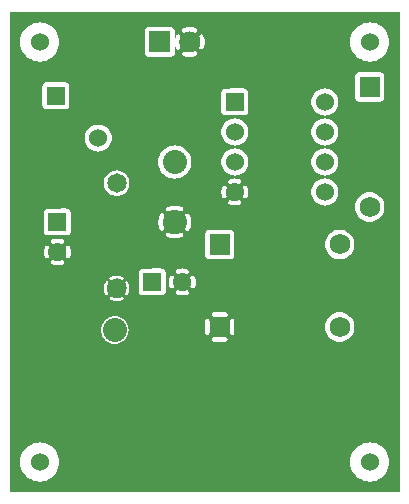
<source format=gbl>
G04 start of page 3 for group 1 idx 1 *
G04 Title: (unknown), ground *
G04 Creator: pcb 20110918 *
G04 CreationDate: Tue 15 Sep 2015 23:51:39 GMT UTC *
G04 For: ksarkies *
G04 Format: Gerber/RS-274X *
G04 PCB-Dimensions: 130000 160000 *
G04 PCB-Coordinate-Origin: lower left *
%MOIN*%
%FSLAX25Y25*%
%LNBOTTOM*%
%ADD40C,0.0440*%
%ADD39C,0.0400*%
%ADD38C,0.0280*%
%ADD37C,0.0300*%
%ADD36C,0.0280*%
%ADD35C,0.0350*%
%ADD34C,0.0380*%
%ADD33C,0.0680*%
%ADD32C,0.0650*%
%ADD31C,0.0800*%
%ADD30C,0.0600*%
%ADD29C,0.0800*%
%ADD28C,0.0700*%
%ADD27C,0.0001*%
G54D27*G36*
X119992Y160000D02*X130000D01*
Y0D01*
X119992D01*
Y3481D01*
X120000Y3480D01*
X121020Y3560D01*
X122015Y3799D01*
X122960Y4191D01*
X123832Y4725D01*
X124610Y5390D01*
X125275Y6168D01*
X125809Y7040D01*
X126201Y7985D01*
X126440Y8980D01*
X126500Y10000D01*
X126440Y11020D01*
X126201Y12015D01*
X125809Y12960D01*
X125275Y13832D01*
X124610Y14610D01*
X123832Y15275D01*
X122960Y15809D01*
X122015Y16201D01*
X121020Y16440D01*
X120000Y16520D01*
X119992Y16519D01*
Y90085D01*
X120000Y90085D01*
X120769Y90145D01*
X121519Y90325D01*
X122231Y90621D01*
X122889Y91024D01*
X123476Y91524D01*
X123976Y92111D01*
X124379Y92769D01*
X124675Y93481D01*
X124855Y94231D01*
X124900Y95000D01*
X124855Y95769D01*
X124675Y96519D01*
X124379Y97231D01*
X123976Y97889D01*
X123476Y98476D01*
X122889Y98976D01*
X122231Y99379D01*
X121519Y99675D01*
X120769Y99855D01*
X120000Y99915D01*
X119992Y99915D01*
Y130107D01*
X123635Y130114D01*
X123865Y130169D01*
X124083Y130259D01*
X124284Y130383D01*
X124464Y130536D01*
X124617Y130716D01*
X124741Y130917D01*
X124831Y131135D01*
X124886Y131365D01*
X124900Y131600D01*
X124886Y138635D01*
X124831Y138865D01*
X124741Y139083D01*
X124617Y139284D01*
X124464Y139464D01*
X124284Y139617D01*
X124083Y139741D01*
X123865Y139831D01*
X123635Y139886D01*
X123400Y139900D01*
X119992Y139893D01*
Y143481D01*
X120000Y143480D01*
X121020Y143560D01*
X122015Y143799D01*
X122960Y144191D01*
X123832Y144725D01*
X124610Y145390D01*
X125275Y146168D01*
X125809Y147040D01*
X126201Y147985D01*
X126440Y148980D01*
X126500Y150000D01*
X126440Y151020D01*
X126201Y152015D01*
X125809Y152960D01*
X125275Y153832D01*
X124610Y154610D01*
X123832Y155275D01*
X122960Y155809D01*
X122015Y156201D01*
X121020Y156440D01*
X120000Y156520D01*
X119992Y156519D01*
Y160000D01*
G37*
G36*
X109992D02*X119992D01*
Y156519D01*
X118980Y156440D01*
X117985Y156201D01*
X117040Y155809D01*
X116168Y155275D01*
X115390Y154610D01*
X114725Y153832D01*
X114191Y152960D01*
X113799Y152015D01*
X113560Y151020D01*
X113480Y150000D01*
X113560Y148980D01*
X113799Y147985D01*
X114191Y147040D01*
X114725Y146168D01*
X115390Y145390D01*
X116168Y144725D01*
X117040Y144191D01*
X117985Y143799D01*
X118980Y143560D01*
X119992Y143481D01*
Y139893D01*
X116365Y139886D01*
X116135Y139831D01*
X115917Y139741D01*
X115716Y139617D01*
X115536Y139464D01*
X115383Y139284D01*
X115259Y139083D01*
X115169Y138865D01*
X115114Y138635D01*
X115100Y138400D01*
X115114Y131365D01*
X115169Y131135D01*
X115259Y130917D01*
X115383Y130716D01*
X115536Y130536D01*
X115716Y130383D01*
X115917Y130259D01*
X116135Y130169D01*
X116365Y130114D01*
X116600Y130100D01*
X119992Y130107D01*
Y99915D01*
X119231Y99855D01*
X118481Y99675D01*
X117769Y99379D01*
X117111Y98976D01*
X116524Y98476D01*
X116024Y97889D01*
X115621Y97231D01*
X115325Y96519D01*
X115145Y95769D01*
X115085Y95000D01*
X115145Y94231D01*
X115325Y93481D01*
X115621Y92769D01*
X116024Y92111D01*
X116524Y91524D01*
X117111Y91024D01*
X117769Y90621D01*
X118481Y90325D01*
X119231Y90145D01*
X119992Y90085D01*
Y16519D01*
X118980Y16440D01*
X117985Y16201D01*
X117040Y15809D01*
X116168Y15275D01*
X115390Y14610D01*
X114725Y13832D01*
X114191Y12960D01*
X113799Y12015D01*
X113560Y11020D01*
X113480Y10000D01*
X113560Y8980D01*
X113799Y7985D01*
X114191Y7040D01*
X114725Y6168D01*
X115390Y5390D01*
X116168Y4725D01*
X117040Y4191D01*
X117985Y3799D01*
X118980Y3560D01*
X119992Y3481D01*
Y0D01*
X109992D01*
Y50085D01*
X110000Y50085D01*
X110769Y50145D01*
X111519Y50325D01*
X112231Y50621D01*
X112889Y51024D01*
X113476Y51524D01*
X113976Y52111D01*
X114379Y52769D01*
X114675Y53481D01*
X114855Y54231D01*
X114900Y55000D01*
X114855Y55769D01*
X114675Y56519D01*
X114379Y57231D01*
X113976Y57889D01*
X113476Y58476D01*
X112889Y58976D01*
X112231Y59379D01*
X111519Y59675D01*
X110769Y59855D01*
X110000Y59915D01*
X109992Y59915D01*
Y77585D01*
X110000Y77585D01*
X110769Y77645D01*
X111519Y77825D01*
X112231Y78121D01*
X112889Y78524D01*
X113476Y79024D01*
X113976Y79611D01*
X114379Y80269D01*
X114675Y80981D01*
X114855Y81731D01*
X114900Y82500D01*
X114855Y83269D01*
X114675Y84019D01*
X114379Y84731D01*
X113976Y85389D01*
X113476Y85976D01*
X112889Y86476D01*
X112231Y86879D01*
X111519Y87175D01*
X110769Y87355D01*
X110000Y87415D01*
X109992Y87415D01*
Y160000D01*
G37*
G36*
X104993D02*X109992D01*
Y87415D01*
X109231Y87355D01*
X108481Y87175D01*
X107769Y86879D01*
X107111Y86476D01*
X106524Y85976D01*
X106024Y85389D01*
X105621Y84731D01*
X105325Y84019D01*
X105145Y83269D01*
X105085Y82500D01*
X105145Y81731D01*
X105325Y80981D01*
X105621Y80269D01*
X106024Y79611D01*
X106524Y79024D01*
X107111Y78524D01*
X107769Y78121D01*
X108481Y77825D01*
X109231Y77645D01*
X109992Y77585D01*
Y59915D01*
X109231Y59855D01*
X108481Y59675D01*
X107769Y59379D01*
X107111Y58976D01*
X106524Y58476D01*
X106024Y57889D01*
X105621Y57231D01*
X105325Y56519D01*
X105145Y55769D01*
X105085Y55000D01*
X105145Y54231D01*
X105325Y53481D01*
X105621Y52769D01*
X106024Y52111D01*
X106524Y51524D01*
X107111Y51024D01*
X107769Y50621D01*
X108481Y50325D01*
X109231Y50145D01*
X109992Y50085D01*
Y0D01*
X104993D01*
Y95487D01*
X105000Y95486D01*
X105706Y95542D01*
X106395Y95707D01*
X107049Y95978D01*
X107653Y96348D01*
X108192Y96808D01*
X108652Y97347D01*
X109022Y97951D01*
X109293Y98605D01*
X109458Y99294D01*
X109500Y100000D01*
X109458Y100706D01*
X109293Y101395D01*
X109022Y102049D01*
X108652Y102653D01*
X108192Y103192D01*
X107653Y103652D01*
X107049Y104022D01*
X106395Y104293D01*
X105706Y104458D01*
X105000Y104514D01*
X104993Y104513D01*
Y105487D01*
X105000Y105486D01*
X105706Y105542D01*
X106395Y105707D01*
X107049Y105978D01*
X107653Y106348D01*
X108192Y106808D01*
X108652Y107347D01*
X109022Y107951D01*
X109293Y108605D01*
X109458Y109294D01*
X109500Y110000D01*
X109458Y110706D01*
X109293Y111395D01*
X109022Y112049D01*
X108652Y112653D01*
X108192Y113192D01*
X107653Y113652D01*
X107049Y114022D01*
X106395Y114293D01*
X105706Y114458D01*
X105000Y114514D01*
X104993Y114513D01*
Y115487D01*
X105000Y115486D01*
X105706Y115542D01*
X106395Y115707D01*
X107049Y115978D01*
X107653Y116348D01*
X108192Y116808D01*
X108652Y117347D01*
X109022Y117951D01*
X109293Y118605D01*
X109458Y119294D01*
X109500Y120000D01*
X109458Y120706D01*
X109293Y121395D01*
X109022Y122049D01*
X108652Y122653D01*
X108192Y123192D01*
X107653Y123652D01*
X107049Y124022D01*
X106395Y124293D01*
X105706Y124458D01*
X105000Y124514D01*
X104993Y124513D01*
Y125487D01*
X105000Y125486D01*
X105706Y125542D01*
X106395Y125707D01*
X107049Y125978D01*
X107653Y126348D01*
X108192Y126808D01*
X108652Y127347D01*
X109022Y127951D01*
X109293Y128605D01*
X109458Y129294D01*
X109500Y130000D01*
X109458Y130706D01*
X109293Y131395D01*
X109022Y132049D01*
X108652Y132653D01*
X108192Y133192D01*
X107653Y133652D01*
X107049Y134022D01*
X106395Y134293D01*
X105706Y134458D01*
X105000Y134514D01*
X104993Y134513D01*
Y160000D01*
G37*
G36*
X78613D02*X104993D01*
Y134513D01*
X104294Y134458D01*
X103605Y134293D01*
X102951Y134022D01*
X102347Y133652D01*
X101808Y133192D01*
X101348Y132653D01*
X100978Y132049D01*
X100707Y131395D01*
X100542Y130706D01*
X100486Y130000D01*
X100542Y129294D01*
X100707Y128605D01*
X100978Y127951D01*
X101348Y127347D01*
X101808Y126808D01*
X102347Y126348D01*
X102951Y125978D01*
X103605Y125707D01*
X104294Y125542D01*
X104993Y125487D01*
Y124513D01*
X104294Y124458D01*
X103605Y124293D01*
X102951Y124022D01*
X102347Y123652D01*
X101808Y123192D01*
X101348Y122653D01*
X100978Y122049D01*
X100707Y121395D01*
X100542Y120706D01*
X100486Y120000D01*
X100542Y119294D01*
X100707Y118605D01*
X100978Y117951D01*
X101348Y117347D01*
X101808Y116808D01*
X102347Y116348D01*
X102951Y115978D01*
X103605Y115707D01*
X104294Y115542D01*
X104993Y115487D01*
Y114513D01*
X104294Y114458D01*
X103605Y114293D01*
X102951Y114022D01*
X102347Y113652D01*
X101808Y113192D01*
X101348Y112653D01*
X100978Y112049D01*
X100707Y111395D01*
X100542Y110706D01*
X100486Y110000D01*
X100542Y109294D01*
X100707Y108605D01*
X100978Y107951D01*
X101348Y107347D01*
X101808Y106808D01*
X102347Y106348D01*
X102951Y105978D01*
X103605Y105707D01*
X104294Y105542D01*
X104993Y105487D01*
Y104513D01*
X104294Y104458D01*
X103605Y104293D01*
X102951Y104022D01*
X102347Y103652D01*
X101808Y103192D01*
X101348Y102653D01*
X100978Y102049D01*
X100707Y101395D01*
X100542Y100706D01*
X100486Y100000D01*
X100542Y99294D01*
X100707Y98605D01*
X100978Y97951D01*
X101348Y97347D01*
X101808Y96808D01*
X102347Y96348D01*
X102951Y95978D01*
X103605Y95707D01*
X104294Y95542D01*
X104993Y95487D01*
Y0D01*
X78613D01*
Y97853D01*
X78656Y97860D01*
X78768Y97897D01*
X78873Y97952D01*
X78968Y98022D01*
X79051Y98106D01*
X79119Y98202D01*
X79170Y98308D01*
X79318Y98716D01*
X79422Y99137D01*
X79484Y99567D01*
X79505Y100000D01*
X79484Y100433D01*
X79422Y100863D01*
X79318Y101284D01*
X79175Y101694D01*
X79122Y101800D01*
X79053Y101896D01*
X78970Y101981D01*
X78875Y102051D01*
X78769Y102106D01*
X78657Y102143D01*
X78613Y102151D01*
Y107302D01*
X78652Y107347D01*
X79022Y107951D01*
X79293Y108605D01*
X79458Y109294D01*
X79500Y110000D01*
X79458Y110706D01*
X79293Y111395D01*
X79022Y112049D01*
X78652Y112653D01*
X78613Y112698D01*
Y117302D01*
X78652Y117347D01*
X79022Y117951D01*
X79293Y118605D01*
X79458Y119294D01*
X79500Y120000D01*
X79458Y120706D01*
X79293Y121395D01*
X79022Y122049D01*
X78652Y122653D01*
X78613Y122698D01*
Y125630D01*
X78683Y125659D01*
X78884Y125783D01*
X79064Y125936D01*
X79217Y126116D01*
X79341Y126317D01*
X79431Y126535D01*
X79486Y126765D01*
X79500Y127000D01*
X79486Y133235D01*
X79431Y133465D01*
X79341Y133683D01*
X79217Y133884D01*
X79064Y134064D01*
X78884Y134217D01*
X78683Y134341D01*
X78613Y134370D01*
Y160000D01*
G37*
G36*
Y122698D02*X78192Y123192D01*
X77653Y123652D01*
X77049Y124022D01*
X76395Y124293D01*
X75706Y124458D01*
X75000Y124514D01*
Y125507D01*
X78235Y125514D01*
X78465Y125569D01*
X78613Y125630D01*
Y122698D01*
G37*
G36*
Y112698D02*X78192Y113192D01*
X77653Y113652D01*
X77049Y114022D01*
X76395Y114293D01*
X75706Y114458D01*
X75000Y114514D01*
Y115486D01*
X75706Y115542D01*
X76395Y115707D01*
X77049Y115978D01*
X77653Y116348D01*
X78192Y116808D01*
X78613Y117302D01*
Y112698D01*
G37*
G36*
Y0D02*X75000D01*
Y95495D01*
X75433Y95516D01*
X75863Y95578D01*
X76284Y95682D01*
X76694Y95825D01*
X76800Y95878D01*
X76896Y95947D01*
X76981Y96030D01*
X77051Y96125D01*
X77106Y96231D01*
X77143Y96343D01*
X77163Y96460D01*
X77164Y96579D01*
X77146Y96696D01*
X77110Y96809D01*
X77057Y96915D01*
X76988Y97012D01*
X76905Y97096D01*
X76809Y97167D01*
X76704Y97221D01*
X76592Y97259D01*
X76475Y97278D01*
X76356Y97279D01*
X76239Y97261D01*
X76126Y97223D01*
X75855Y97124D01*
X75575Y97056D01*
X75289Y97014D01*
X75000Y97000D01*
Y103000D01*
X75289Y102986D01*
X75575Y102944D01*
X75855Y102876D01*
X76128Y102780D01*
X76239Y102742D01*
X76356Y102725D01*
X76474Y102725D01*
X76591Y102745D01*
X76703Y102782D01*
X76807Y102836D01*
X76902Y102906D01*
X76985Y102991D01*
X77054Y103087D01*
X77107Y103192D01*
X77143Y103305D01*
X77160Y103421D01*
X77159Y103539D01*
X77140Y103656D01*
X77103Y103768D01*
X77048Y103873D01*
X76978Y103968D01*
X76894Y104051D01*
X76798Y104119D01*
X76692Y104170D01*
X76284Y104318D01*
X75863Y104422D01*
X75433Y104484D01*
X75000Y104505D01*
Y105486D01*
X75706Y105542D01*
X76395Y105707D01*
X77049Y105978D01*
X77653Y106348D01*
X78192Y106808D01*
X78613Y107302D01*
Y102151D01*
X78540Y102163D01*
X78421Y102164D01*
X78304Y102146D01*
X78191Y102110D01*
X78085Y102057D01*
X77988Y101988D01*
X77904Y101905D01*
X77833Y101809D01*
X77779Y101704D01*
X77741Y101592D01*
X77722Y101475D01*
X77721Y101356D01*
X77739Y101239D01*
X77777Y101126D01*
X77876Y100855D01*
X77944Y100575D01*
X77986Y100289D01*
X78000Y100000D01*
X77986Y99711D01*
X77944Y99425D01*
X77876Y99145D01*
X77780Y98872D01*
X77742Y98761D01*
X77725Y98644D01*
X77725Y98526D01*
X77745Y98409D01*
X77782Y98297D01*
X77836Y98193D01*
X77906Y98098D01*
X77991Y98015D01*
X78087Y97946D01*
X78192Y97893D01*
X78305Y97857D01*
X78421Y97840D01*
X78539Y97841D01*
X78613Y97853D01*
Y0D01*
G37*
G36*
X75000Y160000D02*X78613D01*
Y134370D01*
X78465Y134431D01*
X78235Y134486D01*
X78000Y134500D01*
X75000Y134493D01*
Y160000D01*
G37*
G36*
X74150Y95576D02*X74567Y95516D01*
X75000Y95495D01*
Y0D01*
X74150D01*
Y52348D01*
X74268Y52357D01*
X74382Y52385D01*
X74492Y52430D01*
X74592Y52491D01*
X74682Y52568D01*
X74759Y52658D01*
X74820Y52758D01*
X74865Y52868D01*
X74893Y52982D01*
X74900Y53100D01*
Y56900D01*
X74893Y57018D01*
X74865Y57132D01*
X74820Y57242D01*
X74759Y57342D01*
X74682Y57432D01*
X74592Y57509D01*
X74492Y57570D01*
X74382Y57615D01*
X74268Y57643D01*
X74150Y57652D01*
Y77800D01*
X74284Y77883D01*
X74464Y78036D01*
X74617Y78216D01*
X74741Y78417D01*
X74831Y78635D01*
X74886Y78865D01*
X74900Y79100D01*
X74886Y86135D01*
X74831Y86365D01*
X74741Y86583D01*
X74617Y86784D01*
X74464Y86964D01*
X74284Y87117D01*
X74150Y87200D01*
Y95576D01*
G37*
G36*
Y102877D02*X74425Y102944D01*
X74711Y102986D01*
X75000Y103000D01*
Y97000D01*
X74711Y97014D01*
X74425Y97056D01*
X74150Y97123D01*
Y102877D01*
G37*
G36*
Y105576D02*X74294Y105542D01*
X75000Y105486D01*
Y104505D01*
X74567Y104484D01*
X74150Y104424D01*
Y105576D01*
G37*
G36*
Y0D02*X71387D01*
Y50100D01*
X71900D01*
X72018Y50107D01*
X72132Y50135D01*
X72242Y50180D01*
X72342Y50241D01*
X72432Y50318D01*
X72509Y50408D01*
X72570Y50508D01*
X72615Y50618D01*
X72643Y50732D01*
X72652Y50850D01*
X72643Y50968D01*
X72615Y51082D01*
X72570Y51192D01*
X72509Y51292D01*
X72432Y51382D01*
X72342Y51459D01*
X72242Y51520D01*
X72132Y51565D01*
X72018Y51593D01*
X71900Y51600D01*
X71387D01*
Y58400D01*
X71900D01*
X72018Y58407D01*
X72132Y58435D01*
X72242Y58480D01*
X72342Y58541D01*
X72432Y58618D01*
X72509Y58708D01*
X72570Y58808D01*
X72615Y58918D01*
X72643Y59032D01*
X72652Y59150D01*
X72643Y59268D01*
X72615Y59382D01*
X72570Y59492D01*
X72509Y59592D01*
X72432Y59682D01*
X72342Y59759D01*
X72242Y59820D01*
X72132Y59865D01*
X72018Y59893D01*
X71900Y59900D01*
X71387D01*
Y77609D01*
X73635Y77614D01*
X73865Y77669D01*
X74083Y77759D01*
X74150Y77800D01*
Y57652D01*
X74032Y57643D01*
X73918Y57615D01*
X73808Y57570D01*
X73708Y57509D01*
X73618Y57432D01*
X73541Y57342D01*
X73480Y57242D01*
X73435Y57132D01*
X73407Y57018D01*
X73400Y56900D01*
Y53100D01*
X73407Y52982D01*
X73435Y52868D01*
X73480Y52758D01*
X73541Y52658D01*
X73618Y52568D01*
X73708Y52491D01*
X73808Y52430D01*
X73918Y52385D01*
X74032Y52357D01*
X74150Y52348D01*
Y0D01*
G37*
G36*
X71387Y107302D02*X71808Y106808D01*
X72347Y106348D01*
X72951Y105978D01*
X73605Y105707D01*
X74150Y105576D01*
Y104424D01*
X74137Y104422D01*
X73716Y104318D01*
X73306Y104175D01*
X73200Y104122D01*
X73104Y104053D01*
X73019Y103970D01*
X72949Y103875D01*
X72894Y103769D01*
X72857Y103657D01*
X72837Y103540D01*
X72836Y103421D01*
X72854Y103304D01*
X72890Y103191D01*
X72943Y103085D01*
X73012Y102988D01*
X73095Y102904D01*
X73191Y102833D01*
X73296Y102779D01*
X73408Y102741D01*
X73525Y102722D01*
X73644Y102721D01*
X73761Y102739D01*
X73874Y102777D01*
X74145Y102876D01*
X74150Y102877D01*
Y97123D01*
X74145Y97124D01*
X73872Y97220D01*
X73761Y97258D01*
X73644Y97275D01*
X73526Y97275D01*
X73409Y97255D01*
X73297Y97218D01*
X73193Y97164D01*
X73098Y97094D01*
X73015Y97009D01*
X72946Y96913D01*
X72893Y96808D01*
X72857Y96695D01*
X72840Y96579D01*
X72841Y96461D01*
X72860Y96344D01*
X72897Y96232D01*
X72952Y96127D01*
X73022Y96032D01*
X73106Y95949D01*
X73202Y95881D01*
X73308Y95830D01*
X73716Y95682D01*
X74137Y95578D01*
X74150Y95576D01*
Y87200D01*
X74083Y87241D01*
X73865Y87331D01*
X73635Y87386D01*
X73400Y87400D01*
X71387Y87396D01*
Y97849D01*
X71460Y97837D01*
X71579Y97836D01*
X71696Y97854D01*
X71809Y97890D01*
X71915Y97943D01*
X72012Y98012D01*
X72096Y98095D01*
X72167Y98191D01*
X72221Y98296D01*
X72259Y98408D01*
X72278Y98525D01*
X72279Y98644D01*
X72261Y98761D01*
X72223Y98874D01*
X72124Y99145D01*
X72056Y99425D01*
X72014Y99711D01*
X72000Y100000D01*
X72014Y100289D01*
X72056Y100575D01*
X72124Y100855D01*
X72220Y101128D01*
X72258Y101239D01*
X72275Y101356D01*
X72275Y101474D01*
X72255Y101591D01*
X72218Y101703D01*
X72164Y101807D01*
X72094Y101902D01*
X72009Y101985D01*
X71913Y102054D01*
X71808Y102107D01*
X71695Y102143D01*
X71579Y102160D01*
X71461Y102159D01*
X71387Y102147D01*
Y107302D01*
G37*
G36*
Y117302D02*X71808Y116808D01*
X72347Y116348D01*
X72951Y115978D01*
X73605Y115707D01*
X74294Y115542D01*
X75000Y115486D01*
Y114514D01*
X74294Y114458D01*
X73605Y114293D01*
X72951Y114022D01*
X72347Y113652D01*
X71808Y113192D01*
X71387Y112698D01*
Y117302D01*
G37*
G36*
Y125630D02*X71535Y125569D01*
X71765Y125514D01*
X72000Y125500D01*
X75000Y125507D01*
Y124514D01*
X74294Y124458D01*
X73605Y124293D01*
X72951Y124022D01*
X72347Y123652D01*
X71808Y123192D01*
X71387Y122698D01*
Y125630D01*
G37*
G36*
Y160000D02*X75000D01*
Y134493D01*
X71765Y134486D01*
X71535Y134431D01*
X71387Y134370D01*
Y160000D01*
G37*
G36*
X65850Y77800D02*X65917Y77759D01*
X66135Y77669D01*
X66365Y77614D01*
X66600Y77600D01*
X71387Y77609D01*
Y59900D01*
X68100D01*
X67982Y59893D01*
X67868Y59865D01*
X67758Y59820D01*
X67658Y59759D01*
X67568Y59682D01*
X67491Y59592D01*
X67430Y59492D01*
X67385Y59382D01*
X67357Y59268D01*
X67348Y59150D01*
X67357Y59032D01*
X67385Y58918D01*
X67430Y58808D01*
X67491Y58708D01*
X67568Y58618D01*
X67658Y58541D01*
X67758Y58480D01*
X67868Y58435D01*
X67982Y58407D01*
X68100Y58400D01*
X71387D01*
Y51600D01*
X68100D01*
X67982Y51593D01*
X67868Y51565D01*
X67758Y51520D01*
X67658Y51459D01*
X67568Y51382D01*
X67491Y51292D01*
X67430Y51192D01*
X67385Y51082D01*
X67357Y50968D01*
X67348Y50850D01*
X67357Y50732D01*
X67385Y50618D01*
X67430Y50508D01*
X67491Y50408D01*
X67568Y50318D01*
X67658Y50241D01*
X67758Y50180D01*
X67868Y50135D01*
X67982Y50107D01*
X68100Y50100D01*
X71387D01*
Y0D01*
X65850D01*
Y52348D01*
X65968Y52357D01*
X66082Y52385D01*
X66192Y52430D01*
X66292Y52491D01*
X66382Y52568D01*
X66459Y52658D01*
X66520Y52758D01*
X66565Y52868D01*
X66593Y52982D01*
X66600Y53100D01*
Y56900D01*
X66593Y57018D01*
X66565Y57132D01*
X66520Y57242D01*
X66459Y57342D01*
X66382Y57432D01*
X66292Y57509D01*
X66192Y57570D01*
X66082Y57615D01*
X65968Y57643D01*
X65850Y57652D01*
Y77800D01*
G37*
G36*
Y160000D02*X71387D01*
Y134370D01*
X71317Y134341D01*
X71116Y134217D01*
X70936Y134064D01*
X70783Y133884D01*
X70659Y133683D01*
X70569Y133465D01*
X70514Y133235D01*
X70500Y133000D01*
X70514Y126765D01*
X70569Y126535D01*
X70659Y126317D01*
X70783Y126116D01*
X70936Y125936D01*
X71116Y125783D01*
X71317Y125659D01*
X71387Y125630D01*
Y122698D01*
X71348Y122653D01*
X70978Y122049D01*
X70707Y121395D01*
X70542Y120706D01*
X70486Y120000D01*
X70542Y119294D01*
X70707Y118605D01*
X70978Y117951D01*
X71348Y117347D01*
X71387Y117302D01*
Y112698D01*
X71348Y112653D01*
X70978Y112049D01*
X70707Y111395D01*
X70542Y110706D01*
X70486Y110000D01*
X70542Y109294D01*
X70707Y108605D01*
X70978Y107951D01*
X71348Y107347D01*
X71387Y107302D01*
Y102147D01*
X71344Y102140D01*
X71232Y102103D01*
X71127Y102048D01*
X71032Y101978D01*
X70949Y101894D01*
X70881Y101798D01*
X70830Y101692D01*
X70682Y101284D01*
X70578Y100863D01*
X70516Y100433D01*
X70495Y100000D01*
X70516Y99567D01*
X70578Y99137D01*
X70682Y98716D01*
X70825Y98306D01*
X70878Y98200D01*
X70947Y98104D01*
X71030Y98019D01*
X71125Y97949D01*
X71231Y97894D01*
X71343Y97857D01*
X71387Y97849D01*
Y87396D01*
X66365Y87386D01*
X66135Y87331D01*
X65917Y87241D01*
X65850Y87200D01*
Y160000D01*
G37*
G36*
X64051D02*X65850D01*
Y87200D01*
X65716Y87117D01*
X65536Y86964D01*
X65383Y86784D01*
X65259Y86583D01*
X65169Y86365D01*
X65114Y86135D01*
X65100Y85900D01*
X65114Y78865D01*
X65169Y78635D01*
X65259Y78417D01*
X65383Y78216D01*
X65536Y78036D01*
X65716Y77883D01*
X65850Y77800D01*
Y57652D01*
X65732Y57643D01*
X65618Y57615D01*
X65508Y57570D01*
X65408Y57509D01*
X65318Y57432D01*
X65241Y57342D01*
X65180Y57242D01*
X65135Y57132D01*
X65107Y57018D01*
X65100Y56900D01*
Y53100D01*
X65107Y52982D01*
X65135Y52868D01*
X65180Y52758D01*
X65241Y52658D01*
X65318Y52568D01*
X65408Y52491D01*
X65508Y52430D01*
X65618Y52385D01*
X65732Y52357D01*
X65850Y52348D01*
Y0D01*
X64051D01*
Y147494D01*
X64119Y147513D01*
X64226Y147562D01*
X64324Y147628D01*
X64411Y147708D01*
X64484Y147801D01*
X64540Y147904D01*
X64725Y148348D01*
X64862Y148809D01*
X64954Y149281D01*
X65000Y149760D01*
Y150240D01*
X64954Y150719D01*
X64862Y151191D01*
X64725Y151652D01*
X64545Y152098D01*
X64487Y152202D01*
X64414Y152295D01*
X64327Y152375D01*
X64228Y152441D01*
X64120Y152491D01*
X64051Y152510D01*
Y160000D01*
G37*
G36*
X61113D02*X64051D01*
Y152510D01*
X64006Y152523D01*
X63888Y152537D01*
X63769Y152532D01*
X63653Y152509D01*
X63542Y152468D01*
X63438Y152410D01*
X63345Y152336D01*
X63265Y152249D01*
X63199Y152150D01*
X63149Y152043D01*
X63117Y151928D01*
X63103Y151811D01*
X63108Y151692D01*
X63131Y151576D01*
X63174Y151465D01*
X63304Y151155D01*
X63399Y150833D01*
X63464Y150503D01*
X63496Y150168D01*
Y149832D01*
X63464Y149497D01*
X63399Y149167D01*
X63304Y148845D01*
X63178Y148533D01*
X63135Y148423D01*
X63112Y148308D01*
X63107Y148190D01*
X63121Y148072D01*
X63153Y147959D01*
X63202Y147852D01*
X63268Y147753D01*
X63348Y147667D01*
X63440Y147593D01*
X63543Y147536D01*
X63654Y147495D01*
X63770Y147472D01*
X63888Y147467D01*
X64005Y147481D01*
X64051Y147494D01*
Y0D01*
X61113D01*
Y67853D01*
X61156Y67860D01*
X61268Y67897D01*
X61373Y67952D01*
X61468Y68022D01*
X61551Y68106D01*
X61619Y68202D01*
X61670Y68308D01*
X61818Y68716D01*
X61922Y69137D01*
X61984Y69567D01*
X62005Y70000D01*
X61984Y70433D01*
X61922Y70863D01*
X61818Y71284D01*
X61675Y71694D01*
X61622Y71800D01*
X61553Y71896D01*
X61470Y71981D01*
X61375Y72051D01*
X61269Y72106D01*
X61157Y72143D01*
X61113Y72151D01*
Y145123D01*
X61191Y145138D01*
X61652Y145275D01*
X62098Y145455D01*
X62202Y145513D01*
X62295Y145586D01*
X62375Y145673D01*
X62441Y145772D01*
X62491Y145880D01*
X62523Y145994D01*
X62537Y146112D01*
X62532Y146231D01*
X62509Y146347D01*
X62468Y146458D01*
X62410Y146562D01*
X62336Y146655D01*
X62249Y146735D01*
X62150Y146801D01*
X62043Y146851D01*
X61928Y146883D01*
X61811Y146897D01*
X61692Y146892D01*
X61576Y146869D01*
X61465Y146826D01*
X61155Y146696D01*
X61113Y146684D01*
Y153316D01*
X61155Y153304D01*
X61467Y153178D01*
X61577Y153135D01*
X61692Y153112D01*
X61810Y153107D01*
X61928Y153121D01*
X62041Y153153D01*
X62148Y153202D01*
X62247Y153268D01*
X62333Y153348D01*
X62407Y153440D01*
X62464Y153543D01*
X62505Y153654D01*
X62528Y153770D01*
X62533Y153888D01*
X62519Y154005D01*
X62487Y154119D01*
X62438Y154226D01*
X62372Y154324D01*
X62292Y154411D01*
X62199Y154484D01*
X62096Y154540D01*
X61652Y154725D01*
X61191Y154862D01*
X61113Y154877D01*
Y160000D01*
G37*
G36*
Y146684D02*X60833Y146601D01*
X60503Y146536D01*
X60168Y146504D01*
X60002D01*
Y153496D01*
X60168D01*
X60503Y153464D01*
X60833Y153399D01*
X61113Y153316D01*
Y146684D01*
G37*
G36*
Y0D02*X60002D01*
Y87721D01*
X60122Y87980D01*
X60289Y88469D01*
X60409Y88972D01*
X60482Y89484D01*
X60506Y90000D01*
X60482Y90516D01*
X60409Y91028D01*
X60289Y91531D01*
X60122Y92020D01*
X60002Y92287D01*
Y107704D01*
X60247Y108295D01*
X60449Y109137D01*
X60500Y110000D01*
X60449Y110863D01*
X60247Y111705D01*
X60002Y112296D01*
Y145000D01*
X60240D01*
X60719Y145046D01*
X61113Y145123D01*
Y72151D01*
X61040Y72163D01*
X60921Y72164D01*
X60804Y72146D01*
X60691Y72110D01*
X60585Y72057D01*
X60488Y71988D01*
X60404Y71905D01*
X60333Y71809D01*
X60279Y71704D01*
X60241Y71592D01*
X60222Y71475D01*
X60221Y71356D01*
X60239Y71239D01*
X60277Y71126D01*
X60376Y70855D01*
X60444Y70575D01*
X60486Y70289D01*
X60500Y70000D01*
X60486Y69711D01*
X60444Y69425D01*
X60376Y69145D01*
X60280Y68872D01*
X60242Y68761D01*
X60225Y68644D01*
X60225Y68526D01*
X60245Y68409D01*
X60282Y68297D01*
X60336Y68193D01*
X60406Y68098D01*
X60491Y68015D01*
X60587Y67946D01*
X60692Y67893D01*
X60805Y67857D01*
X60921Y67840D01*
X61039Y67841D01*
X61113Y67853D01*
Y0D01*
G37*
G36*
X60002Y160000D02*X61113D01*
Y154877D01*
X60719Y154954D01*
X60240Y155000D01*
X60002D01*
Y160000D01*
G37*
G36*
Y0D02*X57502D01*
Y65495D01*
X57933Y65516D01*
X58363Y65578D01*
X58784Y65682D01*
X59194Y65825D01*
X59300Y65878D01*
X59396Y65947D01*
X59481Y66030D01*
X59551Y66125D01*
X59606Y66231D01*
X59643Y66343D01*
X59663Y66460D01*
X59664Y66579D01*
X59646Y66696D01*
X59610Y66809D01*
X59557Y66915D01*
X59488Y67012D01*
X59405Y67096D01*
X59309Y67167D01*
X59204Y67221D01*
X59092Y67259D01*
X58975Y67278D01*
X58856Y67279D01*
X58739Y67261D01*
X58626Y67223D01*
X58355Y67124D01*
X58075Y67056D01*
X57789Y67014D01*
X57502Y67000D01*
Y73000D01*
X57789Y72986D01*
X58075Y72944D01*
X58355Y72876D01*
X58628Y72780D01*
X58739Y72742D01*
X58856Y72725D01*
X58974Y72725D01*
X59091Y72745D01*
X59203Y72782D01*
X59307Y72836D01*
X59402Y72906D01*
X59485Y72991D01*
X59554Y73087D01*
X59607Y73192D01*
X59643Y73305D01*
X59660Y73421D01*
X59659Y73539D01*
X59640Y73656D01*
X59603Y73768D01*
X59548Y73873D01*
X59478Y73968D01*
X59394Y74051D01*
X59298Y74119D01*
X59192Y74170D01*
X58784Y74318D01*
X58363Y74422D01*
X57933Y74484D01*
X57502Y74505D01*
Y85096D01*
X57593Y85151D01*
X57684Y85228D01*
X57761Y85318D01*
X57823Y85420D01*
X57869Y85529D01*
X57897Y85645D01*
X57906Y85763D01*
X57897Y85881D01*
X57870Y85997D01*
X57824Y86107D01*
X57762Y86208D01*
X57686Y86298D01*
X57595Y86376D01*
X57502Y86433D01*
Y93572D01*
X57593Y93628D01*
X57682Y93705D01*
X57759Y93795D01*
X57820Y93895D01*
X57865Y94004D01*
X57893Y94119D01*
X57902Y94237D01*
X57892Y94355D01*
X57865Y94469D01*
X57819Y94578D01*
X57757Y94679D01*
X57681Y94769D01*
X57591Y94845D01*
X57502Y94897D01*
Y105083D01*
X57505Y105084D01*
X58243Y105537D01*
X58901Y106099D01*
X59463Y106757D01*
X59916Y107495D01*
X60002Y107704D01*
Y92287D01*
X59910Y92492D01*
X59849Y92593D01*
X59772Y92684D01*
X59682Y92761D01*
X59580Y92823D01*
X59471Y92869D01*
X59355Y92897D01*
X59237Y92906D01*
X59119Y92897D01*
X59003Y92870D01*
X58893Y92824D01*
X58792Y92762D01*
X58702Y92686D01*
X58624Y92595D01*
X58562Y92494D01*
X58516Y92385D01*
X58489Y92269D01*
X58479Y92151D01*
X58488Y92032D01*
X58516Y91917D01*
X58563Y91808D01*
X58721Y91468D01*
X58842Y91112D01*
X58930Y90747D01*
X58982Y90375D01*
X59000Y90000D01*
X58982Y89625D01*
X58930Y89253D01*
X58842Y88888D01*
X58721Y88532D01*
X58567Y88190D01*
X58520Y88082D01*
X58493Y87967D01*
X58483Y87849D01*
X58493Y87732D01*
X58521Y87617D01*
X58566Y87508D01*
X58628Y87407D01*
X58705Y87318D01*
X58795Y87241D01*
X58895Y87180D01*
X59004Y87135D01*
X59119Y87107D01*
X59237Y87098D01*
X59355Y87108D01*
X59469Y87135D01*
X59578Y87181D01*
X59679Y87243D01*
X59769Y87319D01*
X59845Y87409D01*
X59905Y87511D01*
X60002Y87721D01*
Y0D01*
G37*
G36*
X53887Y93842D02*X53888Y93842D01*
X54253Y93930D01*
X54625Y93982D01*
X55000Y94000D01*
X55375Y93982D01*
X55747Y93930D01*
X56112Y93842D01*
X56468Y93721D01*
X56810Y93567D01*
X56918Y93520D01*
X57033Y93493D01*
X57151Y93483D01*
X57268Y93493D01*
X57383Y93521D01*
X57492Y93566D01*
X57502Y93572D01*
Y86433D01*
X57494Y86438D01*
X57385Y86484D01*
X57269Y86511D01*
X57151Y86521D01*
X57032Y86512D01*
X56917Y86484D01*
X56808Y86437D01*
X56468Y86279D01*
X56112Y86158D01*
X55747Y86070D01*
X55375Y86018D01*
X55000Y86000D01*
X54625Y86018D01*
X54253Y86070D01*
X53888Y86158D01*
X53887Y86158D01*
Y93842D01*
G37*
G36*
Y104611D02*X54137Y104551D01*
X55000Y104483D01*
X55863Y104551D01*
X56705Y104753D01*
X57502Y105083D01*
Y94897D01*
X57489Y94905D01*
X57020Y95122D01*
X56531Y95289D01*
X56028Y95409D01*
X55516Y95482D01*
X55000Y95506D01*
X54484Y95482D01*
X53972Y95409D01*
X53887Y95389D01*
Y104611D01*
G37*
G36*
X57502Y0D02*X53887D01*
Y67849D01*
X53960Y67837D01*
X54079Y67836D01*
X54196Y67854D01*
X54309Y67890D01*
X54415Y67943D01*
X54512Y68012D01*
X54596Y68095D01*
X54667Y68191D01*
X54721Y68296D01*
X54759Y68408D01*
X54778Y68525D01*
X54779Y68644D01*
X54761Y68761D01*
X54723Y68874D01*
X54624Y69145D01*
X54556Y69425D01*
X54514Y69711D01*
X54500Y70000D01*
X54514Y70289D01*
X54556Y70575D01*
X54624Y70855D01*
X54720Y71128D01*
X54758Y71239D01*
X54775Y71356D01*
X54775Y71474D01*
X54755Y71591D01*
X54718Y71703D01*
X54664Y71807D01*
X54594Y71902D01*
X54509Y71985D01*
X54413Y72054D01*
X54308Y72107D01*
X54195Y72143D01*
X54079Y72160D01*
X53961Y72159D01*
X53887Y72147D01*
Y84611D01*
X53972Y84591D01*
X54484Y84518D01*
X55000Y84494D01*
X55516Y84518D01*
X56028Y84591D01*
X56531Y84711D01*
X57020Y84878D01*
X57492Y85090D01*
X57502Y85096D01*
Y74505D01*
X57500Y74505D01*
X57067Y74484D01*
X56637Y74422D01*
X56216Y74318D01*
X55806Y74175D01*
X55700Y74122D01*
X55604Y74053D01*
X55519Y73970D01*
X55449Y73875D01*
X55394Y73769D01*
X55357Y73657D01*
X55337Y73540D01*
X55336Y73421D01*
X55354Y73304D01*
X55390Y73191D01*
X55443Y73085D01*
X55512Y72988D01*
X55595Y72904D01*
X55691Y72833D01*
X55796Y72779D01*
X55908Y72741D01*
X56025Y72722D01*
X56144Y72721D01*
X56261Y72739D01*
X56374Y72777D01*
X56645Y72876D01*
X56925Y72944D01*
X57211Y72986D01*
X57500Y73000D01*
X57502Y73000D01*
Y67000D01*
X57500Y67000D01*
X57211Y67014D01*
X56925Y67056D01*
X56645Y67124D01*
X56372Y67220D01*
X56261Y67258D01*
X56144Y67275D01*
X56026Y67275D01*
X55909Y67255D01*
X55797Y67218D01*
X55693Y67164D01*
X55598Y67094D01*
X55515Y67009D01*
X55446Y66913D01*
X55393Y66808D01*
X55357Y66695D01*
X55340Y66579D01*
X55341Y66461D01*
X55360Y66344D01*
X55397Y66232D01*
X55452Y66127D01*
X55522Y66032D01*
X55606Y65949D01*
X55702Y65881D01*
X55808Y65830D01*
X56216Y65682D01*
X56637Y65578D01*
X57067Y65516D01*
X57500Y65495D01*
X57502Y65495D01*
Y0D01*
G37*
G36*
X53887D02*X50000D01*
Y65512D01*
X50735Y65514D01*
X50965Y65569D01*
X51183Y65659D01*
X51384Y65783D01*
X51564Y65936D01*
X51717Y66116D01*
X51841Y66317D01*
X51931Y66535D01*
X51986Y66765D01*
X52000Y67000D01*
X51986Y73235D01*
X51931Y73465D01*
X51841Y73683D01*
X51717Y73884D01*
X51564Y74064D01*
X51384Y74217D01*
X51183Y74341D01*
X50965Y74431D01*
X50735Y74486D01*
X50500Y74500D01*
X50000Y74499D01*
Y87708D01*
X50090Y87508D01*
X50151Y87407D01*
X50228Y87316D01*
X50318Y87239D01*
X50420Y87177D01*
X50529Y87131D01*
X50645Y87103D01*
X50763Y87094D01*
X50881Y87103D01*
X50997Y87130D01*
X51107Y87176D01*
X51208Y87238D01*
X51298Y87314D01*
X51376Y87405D01*
X51438Y87506D01*
X51484Y87615D01*
X51511Y87731D01*
X51521Y87849D01*
X51512Y87968D01*
X51484Y88083D01*
X51437Y88192D01*
X51279Y88532D01*
X51158Y88888D01*
X51070Y89253D01*
X51018Y89625D01*
X51000Y90000D01*
X51018Y90375D01*
X51070Y90747D01*
X51158Y91112D01*
X51279Y91468D01*
X51433Y91810D01*
X51480Y91918D01*
X51507Y92033D01*
X51517Y92151D01*
X51507Y92268D01*
X51479Y92383D01*
X51434Y92492D01*
X51372Y92593D01*
X51295Y92682D01*
X51205Y92759D01*
X51105Y92820D01*
X50996Y92865D01*
X50881Y92893D01*
X50763Y92902D01*
X50645Y92892D01*
X50531Y92865D01*
X50422Y92819D01*
X50321Y92757D01*
X50231Y92681D01*
X50155Y92591D01*
X50095Y92489D01*
X50000Y92283D01*
Y107699D01*
X50084Y107495D01*
X50537Y106757D01*
X51099Y106099D01*
X51757Y105537D01*
X52495Y105084D01*
X53295Y104753D01*
X53887Y104611D01*
Y95389D01*
X53469Y95289D01*
X52980Y95122D01*
X52508Y94910D01*
X52407Y94849D01*
X52316Y94772D01*
X52239Y94682D01*
X52177Y94580D01*
X52131Y94471D01*
X52103Y94355D01*
X52094Y94237D01*
X52103Y94119D01*
X52130Y94003D01*
X52176Y93893D01*
X52238Y93792D01*
X52314Y93702D01*
X52405Y93624D01*
X52506Y93562D01*
X52615Y93516D01*
X52731Y93489D01*
X52849Y93479D01*
X52968Y93488D01*
X53083Y93516D01*
X53192Y93563D01*
X53532Y93721D01*
X53887Y93842D01*
Y86158D01*
X53532Y86279D01*
X53190Y86433D01*
X53082Y86480D01*
X52967Y86507D01*
X52849Y86517D01*
X52732Y86507D01*
X52617Y86479D01*
X52508Y86434D01*
X52407Y86372D01*
X52318Y86295D01*
X52241Y86205D01*
X52180Y86105D01*
X52135Y85996D01*
X52107Y85881D01*
X52098Y85763D01*
X52108Y85645D01*
X52135Y85531D01*
X52181Y85422D01*
X52243Y85321D01*
X52319Y85231D01*
X52409Y85155D01*
X52511Y85095D01*
X52980Y84878D01*
X53469Y84711D01*
X53887Y84611D01*
Y72147D01*
X53844Y72140D01*
X53732Y72103D01*
X53627Y72048D01*
X53532Y71978D01*
X53449Y71894D01*
X53381Y71798D01*
X53330Y71692D01*
X53182Y71284D01*
X53078Y70863D01*
X53016Y70433D01*
X52995Y70000D01*
X53016Y69567D01*
X53078Y69137D01*
X53182Y68716D01*
X53325Y68306D01*
X53378Y68200D01*
X53447Y68104D01*
X53530Y68019D01*
X53625Y67949D01*
X53731Y67894D01*
X53843Y67857D01*
X53887Y67849D01*
Y0D01*
G37*
G36*
X55949Y160000D02*X60002D01*
Y155000D01*
X59760D01*
X59281Y154954D01*
X58809Y154862D01*
X58348Y154725D01*
X57902Y154545D01*
X57798Y154487D01*
X57705Y154414D01*
X57625Y154327D01*
X57559Y154228D01*
X57509Y154120D01*
X57477Y154006D01*
X57463Y153888D01*
X57468Y153769D01*
X57491Y153653D01*
X57532Y153542D01*
X57590Y153438D01*
X57664Y153345D01*
X57751Y153265D01*
X57850Y153199D01*
X57957Y153149D01*
X58072Y153117D01*
X58189Y153103D01*
X58308Y153108D01*
X58424Y153131D01*
X58535Y153174D01*
X58845Y153304D01*
X59167Y153399D01*
X59497Y153464D01*
X59832Y153496D01*
X60002D01*
Y146504D01*
X59832D01*
X59497Y146536D01*
X59167Y146601D01*
X58845Y146696D01*
X58533Y146822D01*
X58423Y146865D01*
X58308Y146888D01*
X58190Y146893D01*
X58072Y146879D01*
X57959Y146847D01*
X57852Y146798D01*
X57753Y146732D01*
X57667Y146652D01*
X57593Y146560D01*
X57536Y146457D01*
X57495Y146346D01*
X57472Y146230D01*
X57467Y146112D01*
X57481Y145995D01*
X57513Y145881D01*
X57562Y145774D01*
X57628Y145676D01*
X57708Y145589D01*
X57801Y145516D01*
X57904Y145460D01*
X58348Y145275D01*
X58809Y145138D01*
X59281Y145046D01*
X59760Y145000D01*
X60002D01*
Y112296D01*
X59916Y112505D01*
X59463Y113243D01*
X58901Y113901D01*
X58243Y114463D01*
X57505Y114916D01*
X56705Y115247D01*
X55949Y115429D01*
Y147490D01*
X55994Y147477D01*
X56112Y147463D01*
X56231Y147468D01*
X56347Y147491D01*
X56458Y147532D01*
X56562Y147590D01*
X56655Y147664D01*
X56735Y147751D01*
X56801Y147850D01*
X56851Y147957D01*
X56883Y148072D01*
X56897Y148189D01*
X56892Y148308D01*
X56869Y148424D01*
X56826Y148535D01*
X56696Y148845D01*
X56601Y149167D01*
X56536Y149497D01*
X56504Y149832D01*
Y150168D01*
X56536Y150503D01*
X56601Y150833D01*
X56696Y151155D01*
X56822Y151467D01*
X56865Y151577D01*
X56888Y151692D01*
X56893Y151810D01*
X56879Y151928D01*
X56847Y152041D01*
X56798Y152148D01*
X56732Y152247D01*
X56652Y152333D01*
X56560Y152407D01*
X56457Y152464D01*
X56346Y152505D01*
X56230Y152528D01*
X56112Y152533D01*
X55995Y152519D01*
X55949Y152506D01*
Y160000D01*
G37*
G36*
X50000D02*X55949D01*
Y152506D01*
X55881Y152487D01*
X55774Y152438D01*
X55676Y152372D01*
X55589Y152292D01*
X55516Y152199D01*
X55460Y152096D01*
X55275Y151652D01*
X55138Y151191D01*
X55046Y150719D01*
X55000Y150240D01*
Y149760D01*
X55046Y149281D01*
X55138Y148809D01*
X55275Y148348D01*
X55455Y147902D01*
X55513Y147798D01*
X55586Y147705D01*
X55673Y147625D01*
X55772Y147559D01*
X55880Y147509D01*
X55949Y147490D01*
Y115429D01*
X55863Y115449D01*
X55000Y115517D01*
X54137Y115449D01*
X53295Y115247D01*
X52495Y114916D01*
X51757Y114463D01*
X51099Y113901D01*
X50537Y113243D01*
X50084Y112505D01*
X50000Y112301D01*
Y145007D01*
X53735Y145014D01*
X53965Y145069D01*
X54183Y145159D01*
X54384Y145283D01*
X54564Y145436D01*
X54717Y145616D01*
X54841Y145817D01*
X54931Y146035D01*
X54986Y146265D01*
X55000Y146500D01*
X54986Y153735D01*
X54931Y153965D01*
X54841Y154183D01*
X54717Y154384D01*
X54564Y154564D01*
X54384Y154717D01*
X54183Y154841D01*
X53965Y154931D01*
X53735Y154986D01*
X53500Y155000D01*
X50000Y154993D01*
Y160000D01*
G37*
G36*
X39101D02*X50000D01*
Y154993D01*
X46265Y154986D01*
X46035Y154931D01*
X45817Y154841D01*
X45616Y154717D01*
X45436Y154564D01*
X45283Y154384D01*
X45159Y154183D01*
X45069Y153965D01*
X45014Y153735D01*
X45000Y153500D01*
X45014Y146265D01*
X45069Y146035D01*
X45159Y145817D01*
X45283Y145616D01*
X45436Y145436D01*
X45616Y145283D01*
X45817Y145159D01*
X46035Y145069D01*
X46265Y145014D01*
X46500Y145000D01*
X50000Y145007D01*
Y112301D01*
X49753Y111705D01*
X49551Y110863D01*
X49483Y110000D01*
X49551Y109137D01*
X49753Y108295D01*
X50000Y107699D01*
Y92283D01*
X49878Y92020D01*
X49711Y91531D01*
X49591Y91028D01*
X49518Y90516D01*
X49494Y90000D01*
X49518Y89484D01*
X49591Y88972D01*
X49711Y88469D01*
X49878Y87980D01*
X50000Y87708D01*
Y74499D01*
X44265Y74486D01*
X44035Y74431D01*
X43817Y74341D01*
X43616Y74217D01*
X43436Y74064D01*
X43283Y73884D01*
X43159Y73683D01*
X43069Y73465D01*
X43014Y73235D01*
X43000Y73000D01*
X43014Y66765D01*
X43069Y66535D01*
X43159Y66317D01*
X43283Y66116D01*
X43436Y65936D01*
X43616Y65783D01*
X43817Y65659D01*
X44035Y65569D01*
X44265Y65514D01*
X44500Y65500D01*
X50000Y65512D01*
Y0D01*
X39101D01*
Y51887D01*
X39112Y51905D01*
X39389Y52574D01*
X39558Y53278D01*
X39601Y54000D01*
X39558Y54722D01*
X39389Y55426D01*
X39112Y56095D01*
X39101Y56113D01*
Y65605D01*
X39132Y65622D01*
X39194Y65670D01*
X39248Y65727D01*
X39291Y65793D01*
X39477Y66148D01*
X39625Y66521D01*
X39737Y66906D01*
X39812Y67300D01*
X39850Y67699D01*
Y68101D01*
X39812Y68500D01*
X39737Y68894D01*
X39625Y69279D01*
X39477Y69652D01*
X39295Y70009D01*
X39251Y70075D01*
X39197Y70133D01*
X39134Y70181D01*
X39101Y70200D01*
Y100479D01*
X39398Y100965D01*
X39654Y101583D01*
X39811Y102233D01*
X39850Y102900D01*
X39811Y103567D01*
X39654Y104217D01*
X39398Y104835D01*
X39101Y105321D01*
Y160000D01*
G37*
G36*
Y56113D02*X38734Y56713D01*
X38263Y57263D01*
X37713Y57734D01*
X37095Y58112D01*
X36426Y58389D01*
X35722Y58558D01*
X35000Y58615D01*
X34993Y58615D01*
Y63689D01*
X35000Y63688D01*
X35399Y63650D01*
X35801D01*
X36200Y63688D01*
X36594Y63763D01*
X36979Y63875D01*
X37352Y64023D01*
X37709Y64205D01*
X37775Y64249D01*
X37833Y64303D01*
X37881Y64366D01*
X37920Y64436D01*
X37946Y64510D01*
X37961Y64588D01*
X37964Y64667D01*
X37954Y64746D01*
X37932Y64822D01*
X37898Y64894D01*
X37853Y64959D01*
X37799Y65017D01*
X37736Y65066D01*
X37667Y65104D01*
X37592Y65131D01*
X37514Y65145D01*
X37435Y65148D01*
X37357Y65138D01*
X37280Y65116D01*
X37209Y65081D01*
X36938Y64938D01*
X36653Y64825D01*
X36359Y64740D01*
X36058Y64682D01*
X35753Y64654D01*
X35447D01*
X35142Y64682D01*
X34993Y64711D01*
Y71089D01*
X35142Y71118D01*
X35447Y71146D01*
X35753D01*
X36058Y71118D01*
X36359Y71060D01*
X36653Y70975D01*
X36938Y70862D01*
X37211Y70722D01*
X37282Y70688D01*
X37357Y70666D01*
X37435Y70656D01*
X37514Y70658D01*
X37591Y70673D01*
X37665Y70700D01*
X37734Y70737D01*
X37797Y70786D01*
X37850Y70843D01*
X37895Y70908D01*
X37928Y70979D01*
X37950Y71055D01*
X37960Y71133D01*
X37958Y71212D01*
X37943Y71289D01*
X37916Y71363D01*
X37878Y71432D01*
X37830Y71494D01*
X37773Y71548D01*
X37707Y71591D01*
X37352Y71777D01*
X36979Y71925D01*
X36594Y72037D01*
X36200Y72112D01*
X35801Y72150D01*
X35399D01*
X35000Y72112D01*
X34993Y72111D01*
Y98685D01*
X35600Y98637D01*
X36267Y98689D01*
X36917Y98846D01*
X37535Y99102D01*
X38106Y99451D01*
X38614Y99886D01*
X39049Y100394D01*
X39101Y100479D01*
Y70200D01*
X39064Y70220D01*
X38990Y70246D01*
X38912Y70261D01*
X38833Y70264D01*
X38754Y70254D01*
X38678Y70232D01*
X38606Y70198D01*
X38541Y70153D01*
X38483Y70099D01*
X38434Y70036D01*
X38396Y69967D01*
X38369Y69892D01*
X38355Y69814D01*
X38352Y69735D01*
X38362Y69657D01*
X38384Y69580D01*
X38419Y69509D01*
X38562Y69238D01*
X38675Y68953D01*
X38760Y68659D01*
X38818Y68358D01*
X38846Y68053D01*
Y67747D01*
X38818Y67442D01*
X38760Y67141D01*
X38675Y66847D01*
X38562Y66562D01*
X38422Y66289D01*
X38388Y66218D01*
X38366Y66143D01*
X38356Y66065D01*
X38358Y65986D01*
X38373Y65909D01*
X38400Y65835D01*
X38437Y65766D01*
X38486Y65703D01*
X38543Y65650D01*
X38608Y65605D01*
X38679Y65572D01*
X38755Y65550D01*
X38833Y65540D01*
X38912Y65542D01*
X38989Y65557D01*
X39063Y65584D01*
X39101Y65605D01*
Y56113D01*
G37*
G36*
Y0D02*X34993D01*
Y49385D01*
X35000Y49385D01*
X35722Y49442D01*
X36426Y49611D01*
X37095Y49888D01*
X37713Y50266D01*
X38263Y50737D01*
X38734Y51287D01*
X39101Y51887D01*
Y0D01*
G37*
G36*
X34993Y160000D02*X39101D01*
Y105321D01*
X39049Y105406D01*
X38614Y105914D01*
X38106Y106349D01*
X37535Y106698D01*
X36917Y106954D01*
X36267Y107111D01*
X35600Y107163D01*
X34993Y107115D01*
Y160000D01*
G37*
G36*
X32099Y50427D02*X32287Y50266D01*
X32905Y49888D01*
X33574Y49611D01*
X34278Y49442D01*
X34993Y49385D01*
Y0D01*
X32099D01*
Y50427D01*
G37*
G36*
Y100479D02*X32151Y100394D01*
X32586Y99886D01*
X33094Y99451D01*
X33665Y99102D01*
X34283Y98846D01*
X34933Y98689D01*
X34993Y98685D01*
Y72111D01*
X34606Y72037D01*
X34221Y71925D01*
X33848Y71777D01*
X33491Y71595D01*
X33425Y71551D01*
X33367Y71497D01*
X33319Y71434D01*
X33280Y71364D01*
X33254Y71290D01*
X33239Y71212D01*
X33236Y71133D01*
X33246Y71054D01*
X33268Y70978D01*
X33302Y70906D01*
X33347Y70841D01*
X33401Y70783D01*
X33464Y70734D01*
X33533Y70696D01*
X33608Y70669D01*
X33686Y70655D01*
X33765Y70652D01*
X33843Y70662D01*
X33920Y70684D01*
X33991Y70719D01*
X34262Y70862D01*
X34547Y70975D01*
X34841Y71060D01*
X34993Y71089D01*
Y64711D01*
X34841Y64740D01*
X34547Y64825D01*
X34262Y64938D01*
X33989Y65078D01*
X33918Y65112D01*
X33843Y65134D01*
X33765Y65144D01*
X33686Y65142D01*
X33609Y65127D01*
X33535Y65100D01*
X33466Y65063D01*
X33403Y65014D01*
X33350Y64957D01*
X33305Y64892D01*
X33272Y64821D01*
X33250Y64745D01*
X33240Y64667D01*
X33242Y64588D01*
X33257Y64511D01*
X33284Y64437D01*
X33322Y64368D01*
X33370Y64306D01*
X33427Y64252D01*
X33493Y64209D01*
X33848Y64023D01*
X34221Y63875D01*
X34606Y63763D01*
X34993Y63689D01*
Y58615D01*
X34278Y58558D01*
X33574Y58389D01*
X32905Y58112D01*
X32287Y57734D01*
X32099Y57573D01*
Y65600D01*
X32136Y65580D01*
X32210Y65554D01*
X32288Y65539D01*
X32367Y65536D01*
X32446Y65546D01*
X32522Y65568D01*
X32594Y65602D01*
X32659Y65647D01*
X32717Y65701D01*
X32766Y65764D01*
X32804Y65833D01*
X32831Y65908D01*
X32845Y65986D01*
X32848Y66065D01*
X32838Y66143D01*
X32816Y66220D01*
X32781Y66291D01*
X32638Y66562D01*
X32525Y66847D01*
X32440Y67141D01*
X32382Y67442D01*
X32354Y67747D01*
Y68053D01*
X32382Y68358D01*
X32440Y68659D01*
X32525Y68953D01*
X32638Y69238D01*
X32778Y69511D01*
X32812Y69582D01*
X32834Y69657D01*
X32844Y69735D01*
X32842Y69814D01*
X32827Y69891D01*
X32800Y69965D01*
X32763Y70034D01*
X32714Y70097D01*
X32657Y70150D01*
X32592Y70195D01*
X32521Y70228D01*
X32445Y70250D01*
X32367Y70260D01*
X32288Y70258D01*
X32211Y70243D01*
X32137Y70216D01*
X32099Y70195D01*
Y100479D01*
G37*
G36*
Y160000D02*X34993D01*
Y107115D01*
X34933Y107111D01*
X34283Y106954D01*
X33665Y106698D01*
X33094Y106349D01*
X32586Y105914D01*
X32151Y105406D01*
X32099Y105321D01*
Y114277D01*
X32163Y114316D01*
X32702Y114776D01*
X33162Y115315D01*
X33532Y115919D01*
X33803Y116573D01*
X33968Y117262D01*
X34010Y117968D01*
X33968Y118674D01*
X33803Y119363D01*
X33532Y120017D01*
X33162Y120621D01*
X32702Y121160D01*
X32163Y121620D01*
X32099Y121659D01*
Y160000D01*
G37*
G36*
X19513D02*X32099D01*
Y121659D01*
X31559Y121990D01*
X30905Y122261D01*
X30216Y122426D01*
X29510Y122482D01*
X28804Y122426D01*
X28115Y122261D01*
X27461Y121990D01*
X26857Y121620D01*
X26318Y121160D01*
X25858Y120621D01*
X25488Y120017D01*
X25217Y119363D01*
X25052Y118674D01*
X24996Y117968D01*
X25052Y117262D01*
X25217Y116573D01*
X25488Y115919D01*
X25858Y115315D01*
X26318Y114776D01*
X26857Y114316D01*
X27461Y113946D01*
X28115Y113675D01*
X28804Y113510D01*
X29510Y113454D01*
X30216Y113510D01*
X30905Y113675D01*
X31559Y113946D01*
X32099Y114277D01*
Y105321D01*
X31802Y104835D01*
X31546Y104217D01*
X31389Y103567D01*
X31337Y102900D01*
X31389Y102233D01*
X31546Y101583D01*
X31802Y100965D01*
X32099Y100479D01*
Y70195D01*
X32068Y70178D01*
X32006Y70130D01*
X31952Y70073D01*
X31909Y70007D01*
X31723Y69652D01*
X31575Y69279D01*
X31463Y68894D01*
X31388Y68500D01*
X31350Y68101D01*
Y67699D01*
X31388Y67300D01*
X31463Y66906D01*
X31575Y66521D01*
X31723Y66148D01*
X31905Y65791D01*
X31949Y65725D01*
X32003Y65667D01*
X32066Y65619D01*
X32099Y65600D01*
Y57573D01*
X31737Y57263D01*
X31266Y56713D01*
X30888Y56095D01*
X30611Y55426D01*
X30442Y54722D01*
X30385Y54000D01*
X30442Y53278D01*
X30611Y52574D01*
X30888Y51905D01*
X31266Y51287D01*
X31737Y50737D01*
X32099Y50427D01*
Y0D01*
X19513D01*
Y77853D01*
X19556Y77860D01*
X19668Y77897D01*
X19773Y77952D01*
X19868Y78022D01*
X19951Y78106D01*
X20019Y78202D01*
X20070Y78308D01*
X20218Y78716D01*
X20322Y79137D01*
X20384Y79567D01*
X20405Y80000D01*
X20384Y80433D01*
X20322Y80863D01*
X20218Y81284D01*
X20075Y81694D01*
X20022Y81800D01*
X19953Y81896D01*
X19870Y81981D01*
X19775Y82051D01*
X19669Y82106D01*
X19557Y82143D01*
X19513Y82151D01*
Y85630D01*
X19583Y85659D01*
X19784Y85783D01*
X19964Y85936D01*
X20117Y86116D01*
X20241Y86317D01*
X20331Y86535D01*
X20386Y86765D01*
X20400Y87000D01*
X20386Y93235D01*
X20331Y93465D01*
X20241Y93683D01*
X20117Y93884D01*
X19964Y94064D01*
X19784Y94217D01*
X19583Y94341D01*
X19513Y94370D01*
Y128141D01*
X19585Y128226D01*
X19709Y128427D01*
X19799Y128645D01*
X19854Y128875D01*
X19868Y129110D01*
X19854Y135345D01*
X19799Y135575D01*
X19709Y135793D01*
X19585Y135994D01*
X19513Y136079D01*
Y160000D01*
G37*
G36*
Y94370D02*X19365Y94431D01*
X19135Y94486D01*
X18900Y94500D01*
X15368Y94492D01*
Y127617D01*
X18603Y127624D01*
X18833Y127679D01*
X19051Y127769D01*
X19252Y127893D01*
X19432Y128046D01*
X19513Y128141D01*
Y94370D01*
G37*
G36*
Y0D02*X15368D01*
Y6320D01*
X15809Y7040D01*
X16201Y7985D01*
X16440Y8980D01*
X16500Y10000D01*
X16440Y11020D01*
X16201Y12015D01*
X15809Y12960D01*
X15368Y13680D01*
Y75530D01*
X15467Y75516D01*
X15900Y75495D01*
X16333Y75516D01*
X16763Y75578D01*
X17184Y75682D01*
X17594Y75825D01*
X17700Y75878D01*
X17796Y75947D01*
X17881Y76030D01*
X17951Y76125D01*
X18006Y76231D01*
X18043Y76343D01*
X18063Y76460D01*
X18064Y76579D01*
X18046Y76696D01*
X18010Y76809D01*
X17957Y76915D01*
X17888Y77012D01*
X17805Y77096D01*
X17709Y77167D01*
X17604Y77221D01*
X17492Y77259D01*
X17375Y77278D01*
X17256Y77279D01*
X17139Y77261D01*
X17026Y77223D01*
X16755Y77124D01*
X16475Y77056D01*
X16189Y77014D01*
X15900Y77000D01*
X15611Y77014D01*
X15368Y77049D01*
Y82951D01*
X15611Y82986D01*
X15900Y83000D01*
X16189Y82986D01*
X16475Y82944D01*
X16755Y82876D01*
X17028Y82780D01*
X17139Y82742D01*
X17256Y82725D01*
X17374Y82725D01*
X17491Y82745D01*
X17603Y82782D01*
X17707Y82836D01*
X17802Y82906D01*
X17885Y82991D01*
X17954Y83087D01*
X18007Y83192D01*
X18043Y83305D01*
X18060Y83421D01*
X18059Y83539D01*
X18040Y83656D01*
X18003Y83768D01*
X17948Y83873D01*
X17878Y83968D01*
X17794Y84051D01*
X17698Y84119D01*
X17592Y84170D01*
X17184Y84318D01*
X16763Y84422D01*
X16333Y84484D01*
X15900Y84505D01*
X15467Y84484D01*
X15368Y84470D01*
Y85506D01*
X19135Y85514D01*
X19365Y85569D01*
X19513Y85630D01*
Y82151D01*
X19440Y82163D01*
X19321Y82164D01*
X19204Y82146D01*
X19091Y82110D01*
X18985Y82057D01*
X18888Y81988D01*
X18804Y81905D01*
X18733Y81809D01*
X18679Y81704D01*
X18641Y81592D01*
X18622Y81475D01*
X18621Y81356D01*
X18639Y81239D01*
X18677Y81126D01*
X18776Y80855D01*
X18844Y80575D01*
X18886Y80289D01*
X18900Y80000D01*
X18886Y79711D01*
X18844Y79425D01*
X18776Y79145D01*
X18680Y78872D01*
X18642Y78761D01*
X18625Y78644D01*
X18625Y78526D01*
X18645Y78409D01*
X18682Y78297D01*
X18736Y78193D01*
X18806Y78098D01*
X18891Y78015D01*
X18987Y77946D01*
X19092Y77893D01*
X19205Y77857D01*
X19321Y77840D01*
X19439Y77841D01*
X19513Y77853D01*
Y0D01*
G37*
G36*
X15368Y160000D02*X19513D01*
Y136079D01*
X19432Y136174D01*
X19252Y136327D01*
X19051Y136451D01*
X18833Y136541D01*
X18603Y136596D01*
X18368Y136610D01*
X15368Y136603D01*
Y146320D01*
X15809Y147040D01*
X16201Y147985D01*
X16440Y148980D01*
X16500Y150000D01*
X16440Y151020D01*
X16201Y152015D01*
X15809Y152960D01*
X15368Y153680D01*
Y160000D01*
G37*
G36*
X12287Y3912D02*X12960Y4191D01*
X13832Y4725D01*
X14610Y5390D01*
X15275Y6168D01*
X15368Y6320D01*
Y0D01*
X12287D01*
Y3912D01*
G37*
G36*
Y85630D02*X12435Y85569D01*
X12665Y85514D01*
X12900Y85500D01*
X15368Y85506D01*
Y84470D01*
X15037Y84422D01*
X14616Y84318D01*
X14206Y84175D01*
X14100Y84122D01*
X14004Y84053D01*
X13919Y83970D01*
X13849Y83875D01*
X13794Y83769D01*
X13757Y83657D01*
X13737Y83540D01*
X13736Y83421D01*
X13754Y83304D01*
X13790Y83191D01*
X13843Y83085D01*
X13912Y82988D01*
X13995Y82904D01*
X14091Y82833D01*
X14196Y82779D01*
X14308Y82741D01*
X14425Y82722D01*
X14544Y82721D01*
X14661Y82739D01*
X14774Y82777D01*
X15045Y82876D01*
X15325Y82944D01*
X15368Y82951D01*
Y77049D01*
X15325Y77056D01*
X15045Y77124D01*
X14772Y77220D01*
X14661Y77258D01*
X14544Y77275D01*
X14426Y77275D01*
X14309Y77255D01*
X14197Y77218D01*
X14093Y77164D01*
X13998Y77094D01*
X13915Y77009D01*
X13846Y76913D01*
X13793Y76808D01*
X13757Y76695D01*
X13740Y76579D01*
X13741Y76461D01*
X13760Y76344D01*
X13797Y76232D01*
X13852Y76127D01*
X13922Y76032D01*
X14006Y75949D01*
X14102Y75881D01*
X14208Y75830D01*
X14616Y75682D01*
X15037Y75578D01*
X15368Y75530D01*
Y13680D01*
X15275Y13832D01*
X14610Y14610D01*
X13832Y15275D01*
X12960Y15809D01*
X12287Y16088D01*
Y77849D01*
X12360Y77837D01*
X12479Y77836D01*
X12596Y77854D01*
X12709Y77890D01*
X12815Y77943D01*
X12912Y78012D01*
X12996Y78095D01*
X13067Y78191D01*
X13121Y78296D01*
X13159Y78408D01*
X13178Y78525D01*
X13179Y78644D01*
X13161Y78761D01*
X13123Y78874D01*
X13024Y79145D01*
X12956Y79425D01*
X12914Y79711D01*
X12900Y80000D01*
X12914Y80289D01*
X12956Y80575D01*
X13024Y80855D01*
X13120Y81128D01*
X13158Y81239D01*
X13175Y81356D01*
X13175Y81474D01*
X13155Y81591D01*
X13118Y81703D01*
X13064Y81807D01*
X12994Y81902D01*
X12909Y81985D01*
X12813Y82054D01*
X12708Y82107D01*
X12595Y82143D01*
X12479Y82160D01*
X12361Y82159D01*
X12287Y82147D01*
Y85630D01*
G37*
G36*
Y127615D02*X12368Y127610D01*
X15368Y127617D01*
Y94492D01*
X12665Y94486D01*
X12435Y94431D01*
X12287Y94370D01*
Y127615D01*
G37*
G36*
Y143912D02*X12960Y144191D01*
X13832Y144725D01*
X14610Y145390D01*
X15275Y146168D01*
X15368Y146320D01*
Y136603D01*
X12287Y136596D01*
Y143912D01*
G37*
G36*
Y160000D02*X15368D01*
Y153680D01*
X15275Y153832D01*
X14610Y154610D01*
X13832Y155275D01*
X12960Y155809D01*
X12287Y156088D01*
Y160000D01*
G37*
G36*
X0D02*X12287D01*
Y156088D01*
X12015Y156201D01*
X11020Y156440D01*
X10000Y156520D01*
X8980Y156440D01*
X7985Y156201D01*
X7040Y155809D01*
X6168Y155275D01*
X5390Y154610D01*
X4725Y153832D01*
X4191Y152960D01*
X3799Y152015D01*
X3560Y151020D01*
X3480Y150000D01*
X3560Y148980D01*
X3799Y147985D01*
X4191Y147040D01*
X4725Y146168D01*
X5390Y145390D01*
X6168Y144725D01*
X7040Y144191D01*
X7985Y143799D01*
X8980Y143560D01*
X10000Y143480D01*
X11020Y143560D01*
X12015Y143799D01*
X12287Y143912D01*
Y136596D01*
X12133Y136596D01*
X11903Y136541D01*
X11685Y136451D01*
X11484Y136327D01*
X11304Y136174D01*
X11151Y135994D01*
X11027Y135793D01*
X10937Y135575D01*
X10882Y135345D01*
X10868Y135110D01*
X10882Y128875D01*
X10937Y128645D01*
X11027Y128427D01*
X11151Y128226D01*
X11304Y128046D01*
X11484Y127893D01*
X11685Y127769D01*
X11903Y127679D01*
X12133Y127624D01*
X12287Y127615D01*
Y94370D01*
X12217Y94341D01*
X12016Y94217D01*
X11836Y94064D01*
X11683Y93884D01*
X11559Y93683D01*
X11469Y93465D01*
X11414Y93235D01*
X11400Y93000D01*
X11414Y86765D01*
X11469Y86535D01*
X11559Y86317D01*
X11683Y86116D01*
X11836Y85936D01*
X12016Y85783D01*
X12217Y85659D01*
X12287Y85630D01*
Y82147D01*
X12244Y82140D01*
X12132Y82103D01*
X12027Y82048D01*
X11932Y81978D01*
X11849Y81894D01*
X11781Y81798D01*
X11730Y81692D01*
X11582Y81284D01*
X11478Y80863D01*
X11416Y80433D01*
X11395Y80000D01*
X11416Y79567D01*
X11478Y79137D01*
X11582Y78716D01*
X11725Y78306D01*
X11778Y78200D01*
X11847Y78104D01*
X11930Y78019D01*
X12025Y77949D01*
X12131Y77894D01*
X12243Y77857D01*
X12287Y77849D01*
Y16088D01*
X12015Y16201D01*
X11020Y16440D01*
X10000Y16520D01*
X8980Y16440D01*
X7985Y16201D01*
X7040Y15809D01*
X6168Y15275D01*
X5390Y14610D01*
X4725Y13832D01*
X4191Y12960D01*
X3799Y12015D01*
X3560Y11020D01*
X3480Y10000D01*
X3560Y8980D01*
X3799Y7985D01*
X4191Y7040D01*
X4725Y6168D01*
X5390Y5390D01*
X6168Y4725D01*
X7040Y4191D01*
X7985Y3799D01*
X8980Y3560D01*
X10000Y3480D01*
X11020Y3560D01*
X12015Y3799D01*
X12287Y3912D01*
Y0D01*
X0D01*
Y160000D01*
G37*
G36*
X46500Y153500D02*Y146500D01*
X53500D01*
Y153500D01*
X46500D01*
G37*
G54D28*X60000Y150000D03*
G54D29*X55000Y110000D03*
G54D27*G36*
X72000Y133000D02*Y127000D01*
X78000D01*
Y133000D01*
X72000D01*
G37*
G54D30*X75000Y120000D03*
Y110000D03*
Y100000D03*
G54D27*G36*
X66600Y85900D02*Y79100D01*
X73400D01*
Y85900D01*
X66600D01*
G37*
G36*
X44500Y73000D02*Y67000D01*
X50500D01*
Y73000D01*
X44500D01*
G37*
G54D30*X57500Y70000D03*
G54D31*X35000Y54000D03*
X54000Y41900D03*
X35000Y30000D03*
G54D32*X35600Y67900D03*
G54D29*X55000Y90000D03*
G54D27*G36*
X12368Y135110D02*Y129110D01*
X18368D01*
Y135110D01*
X12368D01*
G37*
G36*
X12900Y93000D02*Y87000D01*
X18900D01*
Y93000D01*
X12900D01*
G37*
G54D30*X15900Y80000D03*
X10000Y10000D03*
X29510Y117968D03*
G54D32*X35600Y102900D03*
G54D27*G36*
X66600Y58400D02*Y51600D01*
X73400D01*
Y58400D01*
X66600D01*
G37*
G54D30*X10000Y150000D03*
X105000Y100000D03*
Y110000D03*
Y120000D03*
G54D33*X120000Y95000D03*
X110000Y55000D03*
Y82500D03*
G54D30*X105000Y130000D03*
G54D27*G36*
X116600Y138400D02*Y131600D01*
X123400D01*
Y138400D01*
X116600D01*
G37*
G54D30*X120000Y150000D03*
Y10000D03*
G54D34*G54D35*G54D36*G54D34*G54D37*G54D38*G54D39*G54D35*G54D37*G54D40*G54D37*G54D39*G54D34*G54D40*G54D36*G54D34*G54D36*G54D34*G54D40*M02*

</source>
